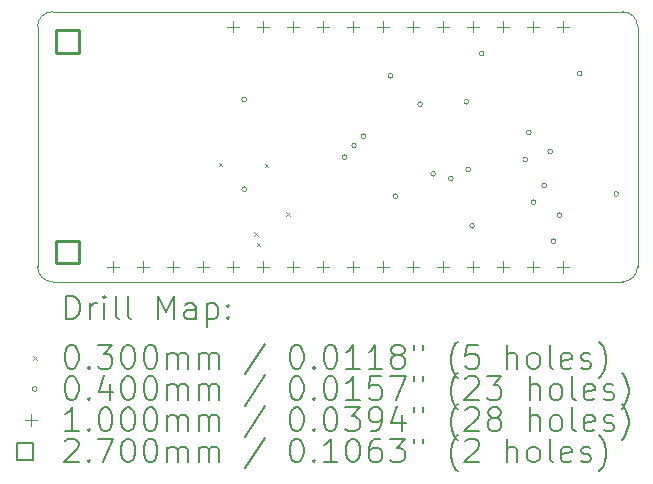
<source format=gbr>
%TF.GenerationSoftware,KiCad,Pcbnew,7.0.1*%
%TF.CreationDate,2023-08-17T16:02:12-05:00*%
%TF.ProjectId,MiniWAV,4d696e69-5741-4562-9e6b-696361645f70,A*%
%TF.SameCoordinates,Original*%
%TF.FileFunction,Drillmap*%
%TF.FilePolarity,Positive*%
%FSLAX45Y45*%
G04 Gerber Fmt 4.5, Leading zero omitted, Abs format (unit mm)*
G04 Created by KiCad (PCBNEW 7.0.1) date 2023-08-17 16:02:12*
%MOMM*%
%LPD*%
G01*
G04 APERTURE LIST*
%ADD10C,0.100000*%
%ADD11C,0.200000*%
%ADD12C,0.030000*%
%ADD13C,0.040000*%
%ADD14C,0.270000*%
G04 APERTURE END LIST*
D10*
X17040000Y-8814000D02*
X17040000Y-10846000D01*
X16913000Y-10973000D02*
G75*
G03*
X17040000Y-10846000I10J126990D01*
G01*
X12087000Y-8687000D02*
G75*
G03*
X11960000Y-8814000I10J-127010D01*
G01*
X12087000Y-8687000D02*
X16913000Y-8687000D01*
X17040000Y-8814000D02*
G75*
G03*
X16913000Y-8687000I-127000J0D01*
G01*
X11960000Y-10846000D02*
G75*
G03*
X12087000Y-10973000I127000J0D01*
G01*
X11960000Y-10846000D02*
X11960000Y-8814000D01*
X16913000Y-10973000D02*
X12087000Y-10973000D01*
D11*
D12*
X13495000Y-9965500D02*
X13525000Y-9995500D01*
X13525000Y-9965500D02*
X13495000Y-9995500D01*
X13795000Y-10553100D02*
X13825000Y-10583100D01*
X13825000Y-10553100D02*
X13795000Y-10583100D01*
X13815000Y-10645500D02*
X13845000Y-10675500D01*
X13845000Y-10645500D02*
X13815000Y-10675500D01*
X13885000Y-9975500D02*
X13915000Y-10005500D01*
X13915000Y-9975500D02*
X13885000Y-10005500D01*
X14065000Y-10385500D02*
X14095000Y-10415500D01*
X14095000Y-10385500D02*
X14065000Y-10415500D01*
D13*
X13730000Y-9430500D02*
G75*
G03*
X13730000Y-9430500I-20000J0D01*
G01*
X13730000Y-10190500D02*
G75*
G03*
X13730000Y-10190500I-20000J0D01*
G01*
X14580000Y-9920500D02*
G75*
G03*
X14580000Y-9920500I-20000J0D01*
G01*
X14660000Y-9820500D02*
G75*
G03*
X14660000Y-9820500I-20000J0D01*
G01*
X14740000Y-9740500D02*
G75*
G03*
X14740000Y-9740500I-20000J0D01*
G01*
X14970000Y-9230500D02*
G75*
G03*
X14970000Y-9230500I-20000J0D01*
G01*
X15010000Y-10250500D02*
G75*
G03*
X15010000Y-10250500I-20000J0D01*
G01*
X15220000Y-9470500D02*
G75*
G03*
X15220000Y-9470500I-20000J0D01*
G01*
X15330000Y-10060500D02*
G75*
G03*
X15330000Y-10060500I-20000J0D01*
G01*
X15480000Y-10100500D02*
G75*
G03*
X15480000Y-10100500I-20000J0D01*
G01*
X15610000Y-9450500D02*
G75*
G03*
X15610000Y-9450500I-20000J0D01*
G01*
X15627290Y-10022950D02*
G75*
G03*
X15627290Y-10022950I-20000J0D01*
G01*
X15660000Y-10500500D02*
G75*
G03*
X15660000Y-10500500I-20000J0D01*
G01*
X15740000Y-9040500D02*
G75*
G03*
X15740000Y-9040500I-20000J0D01*
G01*
X16110000Y-9940500D02*
G75*
G03*
X16110000Y-9940500I-20000J0D01*
G01*
X16140000Y-9710500D02*
G75*
G03*
X16140000Y-9710500I-20000J0D01*
G01*
X16180000Y-10300500D02*
G75*
G03*
X16180000Y-10300500I-20000J0D01*
G01*
X16270000Y-10160500D02*
G75*
G03*
X16270000Y-10160500I-20000J0D01*
G01*
X16320000Y-9870500D02*
G75*
G03*
X16320000Y-9870500I-20000J0D01*
G01*
X16350000Y-10630500D02*
G75*
G03*
X16350000Y-10630500I-20000J0D01*
G01*
X16400000Y-10410500D02*
G75*
G03*
X16400000Y-10410500I-20000J0D01*
G01*
X16570000Y-9210500D02*
G75*
G03*
X16570000Y-9210500I-20000J0D01*
G01*
X16880000Y-10230500D02*
G75*
G03*
X16880000Y-10230500I-20000J0D01*
G01*
D10*
X12597780Y-10795720D02*
X12597780Y-10895720D01*
X12547780Y-10845720D02*
X12647780Y-10845720D01*
X12851780Y-10795720D02*
X12851780Y-10895720D01*
X12801780Y-10845720D02*
X12901780Y-10845720D01*
X13105780Y-10795720D02*
X13105780Y-10895720D01*
X13055780Y-10845720D02*
X13155780Y-10845720D01*
X13359780Y-10795720D02*
X13359780Y-10895720D01*
X13309780Y-10845720D02*
X13409780Y-10845720D01*
X13613780Y-8763720D02*
X13613780Y-8863720D01*
X13563780Y-8813720D02*
X13663780Y-8813720D01*
X13613780Y-10795720D02*
X13613780Y-10895720D01*
X13563780Y-10845720D02*
X13663780Y-10845720D01*
X13867780Y-8763720D02*
X13867780Y-8863720D01*
X13817780Y-8813720D02*
X13917780Y-8813720D01*
X13867780Y-10795720D02*
X13867780Y-10895720D01*
X13817780Y-10845720D02*
X13917780Y-10845720D01*
X14121780Y-8763720D02*
X14121780Y-8863720D01*
X14071780Y-8813720D02*
X14171780Y-8813720D01*
X14121780Y-10795720D02*
X14121780Y-10895720D01*
X14071780Y-10845720D02*
X14171780Y-10845720D01*
X14375780Y-8763720D02*
X14375780Y-8863720D01*
X14325780Y-8813720D02*
X14425780Y-8813720D01*
X14375780Y-10795720D02*
X14375780Y-10895720D01*
X14325780Y-10845720D02*
X14425780Y-10845720D01*
X14629780Y-8763720D02*
X14629780Y-8863720D01*
X14579780Y-8813720D02*
X14679780Y-8813720D01*
X14629780Y-10795720D02*
X14629780Y-10895720D01*
X14579780Y-10845720D02*
X14679780Y-10845720D01*
X14883780Y-8763720D02*
X14883780Y-8863720D01*
X14833780Y-8813720D02*
X14933780Y-8813720D01*
X14883780Y-10795720D02*
X14883780Y-10895720D01*
X14833780Y-10845720D02*
X14933780Y-10845720D01*
X15137780Y-8763720D02*
X15137780Y-8863720D01*
X15087780Y-8813720D02*
X15187780Y-8813720D01*
X15137780Y-10795720D02*
X15137780Y-10895720D01*
X15087780Y-10845720D02*
X15187780Y-10845720D01*
X15391780Y-8763720D02*
X15391780Y-8863720D01*
X15341780Y-8813720D02*
X15441780Y-8813720D01*
X15391780Y-10795720D02*
X15391780Y-10895720D01*
X15341780Y-10845720D02*
X15441780Y-10845720D01*
X15645780Y-8763720D02*
X15645780Y-8863720D01*
X15595780Y-8813720D02*
X15695780Y-8813720D01*
X15645780Y-10795720D02*
X15645780Y-10895720D01*
X15595780Y-10845720D02*
X15695780Y-10845720D01*
X15899780Y-8763720D02*
X15899780Y-8863720D01*
X15849780Y-8813720D02*
X15949780Y-8813720D01*
X15899780Y-10795720D02*
X15899780Y-10895720D01*
X15849780Y-10845720D02*
X15949780Y-10845720D01*
X16153780Y-8763720D02*
X16153780Y-8863720D01*
X16103780Y-8813720D02*
X16203780Y-8813720D01*
X16153780Y-10795720D02*
X16153780Y-10895720D01*
X16103780Y-10845720D02*
X16203780Y-10845720D01*
X16407780Y-8763720D02*
X16407780Y-8863720D01*
X16357780Y-8813720D02*
X16457780Y-8813720D01*
X16407780Y-10798260D02*
X16407780Y-10898260D01*
X16357780Y-10848260D02*
X16457780Y-10848260D01*
D14*
X12310460Y-9035960D02*
X12310460Y-8845040D01*
X12119540Y-8845040D01*
X12119540Y-9035960D01*
X12310460Y-9035960D01*
X12310460Y-10815960D02*
X12310460Y-10625040D01*
X12119540Y-10625040D01*
X12119540Y-10815960D01*
X12310460Y-10815960D01*
D11*
X12202619Y-11290524D02*
X12202619Y-11090524D01*
X12202619Y-11090524D02*
X12250238Y-11090524D01*
X12250238Y-11090524D02*
X12278809Y-11100048D01*
X12278809Y-11100048D02*
X12297857Y-11119095D01*
X12297857Y-11119095D02*
X12307381Y-11138143D01*
X12307381Y-11138143D02*
X12316905Y-11176238D01*
X12316905Y-11176238D02*
X12316905Y-11204809D01*
X12316905Y-11204809D02*
X12307381Y-11242905D01*
X12307381Y-11242905D02*
X12297857Y-11261952D01*
X12297857Y-11261952D02*
X12278809Y-11281000D01*
X12278809Y-11281000D02*
X12250238Y-11290524D01*
X12250238Y-11290524D02*
X12202619Y-11290524D01*
X12402619Y-11290524D02*
X12402619Y-11157190D01*
X12402619Y-11195286D02*
X12412143Y-11176238D01*
X12412143Y-11176238D02*
X12421667Y-11166714D01*
X12421667Y-11166714D02*
X12440714Y-11157190D01*
X12440714Y-11157190D02*
X12459762Y-11157190D01*
X12526428Y-11290524D02*
X12526428Y-11157190D01*
X12526428Y-11090524D02*
X12516905Y-11100048D01*
X12516905Y-11100048D02*
X12526428Y-11109571D01*
X12526428Y-11109571D02*
X12535952Y-11100048D01*
X12535952Y-11100048D02*
X12526428Y-11090524D01*
X12526428Y-11090524D02*
X12526428Y-11109571D01*
X12650238Y-11290524D02*
X12631190Y-11281000D01*
X12631190Y-11281000D02*
X12621667Y-11261952D01*
X12621667Y-11261952D02*
X12621667Y-11090524D01*
X12755000Y-11290524D02*
X12735952Y-11281000D01*
X12735952Y-11281000D02*
X12726428Y-11261952D01*
X12726428Y-11261952D02*
X12726428Y-11090524D01*
X12983571Y-11290524D02*
X12983571Y-11090524D01*
X12983571Y-11090524D02*
X13050238Y-11233381D01*
X13050238Y-11233381D02*
X13116905Y-11090524D01*
X13116905Y-11090524D02*
X13116905Y-11290524D01*
X13297857Y-11290524D02*
X13297857Y-11185762D01*
X13297857Y-11185762D02*
X13288333Y-11166714D01*
X13288333Y-11166714D02*
X13269286Y-11157190D01*
X13269286Y-11157190D02*
X13231190Y-11157190D01*
X13231190Y-11157190D02*
X13212143Y-11166714D01*
X13297857Y-11281000D02*
X13278809Y-11290524D01*
X13278809Y-11290524D02*
X13231190Y-11290524D01*
X13231190Y-11290524D02*
X13212143Y-11281000D01*
X13212143Y-11281000D02*
X13202619Y-11261952D01*
X13202619Y-11261952D02*
X13202619Y-11242905D01*
X13202619Y-11242905D02*
X13212143Y-11223857D01*
X13212143Y-11223857D02*
X13231190Y-11214333D01*
X13231190Y-11214333D02*
X13278809Y-11214333D01*
X13278809Y-11214333D02*
X13297857Y-11204809D01*
X13393095Y-11157190D02*
X13393095Y-11357190D01*
X13393095Y-11166714D02*
X13412143Y-11157190D01*
X13412143Y-11157190D02*
X13450238Y-11157190D01*
X13450238Y-11157190D02*
X13469286Y-11166714D01*
X13469286Y-11166714D02*
X13478809Y-11176238D01*
X13478809Y-11176238D02*
X13488333Y-11195286D01*
X13488333Y-11195286D02*
X13488333Y-11252428D01*
X13488333Y-11252428D02*
X13478809Y-11271476D01*
X13478809Y-11271476D02*
X13469286Y-11281000D01*
X13469286Y-11281000D02*
X13450238Y-11290524D01*
X13450238Y-11290524D02*
X13412143Y-11290524D01*
X13412143Y-11290524D02*
X13393095Y-11281000D01*
X13574048Y-11271476D02*
X13583571Y-11281000D01*
X13583571Y-11281000D02*
X13574048Y-11290524D01*
X13574048Y-11290524D02*
X13564524Y-11281000D01*
X13564524Y-11281000D02*
X13574048Y-11271476D01*
X13574048Y-11271476D02*
X13574048Y-11290524D01*
X13574048Y-11166714D02*
X13583571Y-11176238D01*
X13583571Y-11176238D02*
X13574048Y-11185762D01*
X13574048Y-11185762D02*
X13564524Y-11176238D01*
X13564524Y-11176238D02*
X13574048Y-11166714D01*
X13574048Y-11166714D02*
X13574048Y-11185762D01*
D12*
X11925000Y-11603000D02*
X11955000Y-11633000D01*
X11955000Y-11603000D02*
X11925000Y-11633000D01*
D11*
X12240714Y-11510524D02*
X12259762Y-11510524D01*
X12259762Y-11510524D02*
X12278809Y-11520048D01*
X12278809Y-11520048D02*
X12288333Y-11529571D01*
X12288333Y-11529571D02*
X12297857Y-11548619D01*
X12297857Y-11548619D02*
X12307381Y-11586714D01*
X12307381Y-11586714D02*
X12307381Y-11634333D01*
X12307381Y-11634333D02*
X12297857Y-11672428D01*
X12297857Y-11672428D02*
X12288333Y-11691476D01*
X12288333Y-11691476D02*
X12278809Y-11701000D01*
X12278809Y-11701000D02*
X12259762Y-11710524D01*
X12259762Y-11710524D02*
X12240714Y-11710524D01*
X12240714Y-11710524D02*
X12221667Y-11701000D01*
X12221667Y-11701000D02*
X12212143Y-11691476D01*
X12212143Y-11691476D02*
X12202619Y-11672428D01*
X12202619Y-11672428D02*
X12193095Y-11634333D01*
X12193095Y-11634333D02*
X12193095Y-11586714D01*
X12193095Y-11586714D02*
X12202619Y-11548619D01*
X12202619Y-11548619D02*
X12212143Y-11529571D01*
X12212143Y-11529571D02*
X12221667Y-11520048D01*
X12221667Y-11520048D02*
X12240714Y-11510524D01*
X12393095Y-11691476D02*
X12402619Y-11701000D01*
X12402619Y-11701000D02*
X12393095Y-11710524D01*
X12393095Y-11710524D02*
X12383571Y-11701000D01*
X12383571Y-11701000D02*
X12393095Y-11691476D01*
X12393095Y-11691476D02*
X12393095Y-11710524D01*
X12469286Y-11510524D02*
X12593095Y-11510524D01*
X12593095Y-11510524D02*
X12526428Y-11586714D01*
X12526428Y-11586714D02*
X12555000Y-11586714D01*
X12555000Y-11586714D02*
X12574048Y-11596238D01*
X12574048Y-11596238D02*
X12583571Y-11605762D01*
X12583571Y-11605762D02*
X12593095Y-11624809D01*
X12593095Y-11624809D02*
X12593095Y-11672428D01*
X12593095Y-11672428D02*
X12583571Y-11691476D01*
X12583571Y-11691476D02*
X12574048Y-11701000D01*
X12574048Y-11701000D02*
X12555000Y-11710524D01*
X12555000Y-11710524D02*
X12497857Y-11710524D01*
X12497857Y-11710524D02*
X12478809Y-11701000D01*
X12478809Y-11701000D02*
X12469286Y-11691476D01*
X12716905Y-11510524D02*
X12735952Y-11510524D01*
X12735952Y-11510524D02*
X12755000Y-11520048D01*
X12755000Y-11520048D02*
X12764524Y-11529571D01*
X12764524Y-11529571D02*
X12774048Y-11548619D01*
X12774048Y-11548619D02*
X12783571Y-11586714D01*
X12783571Y-11586714D02*
X12783571Y-11634333D01*
X12783571Y-11634333D02*
X12774048Y-11672428D01*
X12774048Y-11672428D02*
X12764524Y-11691476D01*
X12764524Y-11691476D02*
X12755000Y-11701000D01*
X12755000Y-11701000D02*
X12735952Y-11710524D01*
X12735952Y-11710524D02*
X12716905Y-11710524D01*
X12716905Y-11710524D02*
X12697857Y-11701000D01*
X12697857Y-11701000D02*
X12688333Y-11691476D01*
X12688333Y-11691476D02*
X12678809Y-11672428D01*
X12678809Y-11672428D02*
X12669286Y-11634333D01*
X12669286Y-11634333D02*
X12669286Y-11586714D01*
X12669286Y-11586714D02*
X12678809Y-11548619D01*
X12678809Y-11548619D02*
X12688333Y-11529571D01*
X12688333Y-11529571D02*
X12697857Y-11520048D01*
X12697857Y-11520048D02*
X12716905Y-11510524D01*
X12907381Y-11510524D02*
X12926429Y-11510524D01*
X12926429Y-11510524D02*
X12945476Y-11520048D01*
X12945476Y-11520048D02*
X12955000Y-11529571D01*
X12955000Y-11529571D02*
X12964524Y-11548619D01*
X12964524Y-11548619D02*
X12974048Y-11586714D01*
X12974048Y-11586714D02*
X12974048Y-11634333D01*
X12974048Y-11634333D02*
X12964524Y-11672428D01*
X12964524Y-11672428D02*
X12955000Y-11691476D01*
X12955000Y-11691476D02*
X12945476Y-11701000D01*
X12945476Y-11701000D02*
X12926429Y-11710524D01*
X12926429Y-11710524D02*
X12907381Y-11710524D01*
X12907381Y-11710524D02*
X12888333Y-11701000D01*
X12888333Y-11701000D02*
X12878809Y-11691476D01*
X12878809Y-11691476D02*
X12869286Y-11672428D01*
X12869286Y-11672428D02*
X12859762Y-11634333D01*
X12859762Y-11634333D02*
X12859762Y-11586714D01*
X12859762Y-11586714D02*
X12869286Y-11548619D01*
X12869286Y-11548619D02*
X12878809Y-11529571D01*
X12878809Y-11529571D02*
X12888333Y-11520048D01*
X12888333Y-11520048D02*
X12907381Y-11510524D01*
X13059762Y-11710524D02*
X13059762Y-11577190D01*
X13059762Y-11596238D02*
X13069286Y-11586714D01*
X13069286Y-11586714D02*
X13088333Y-11577190D01*
X13088333Y-11577190D02*
X13116905Y-11577190D01*
X13116905Y-11577190D02*
X13135952Y-11586714D01*
X13135952Y-11586714D02*
X13145476Y-11605762D01*
X13145476Y-11605762D02*
X13145476Y-11710524D01*
X13145476Y-11605762D02*
X13155000Y-11586714D01*
X13155000Y-11586714D02*
X13174048Y-11577190D01*
X13174048Y-11577190D02*
X13202619Y-11577190D01*
X13202619Y-11577190D02*
X13221667Y-11586714D01*
X13221667Y-11586714D02*
X13231190Y-11605762D01*
X13231190Y-11605762D02*
X13231190Y-11710524D01*
X13326429Y-11710524D02*
X13326429Y-11577190D01*
X13326429Y-11596238D02*
X13335952Y-11586714D01*
X13335952Y-11586714D02*
X13355000Y-11577190D01*
X13355000Y-11577190D02*
X13383571Y-11577190D01*
X13383571Y-11577190D02*
X13402619Y-11586714D01*
X13402619Y-11586714D02*
X13412143Y-11605762D01*
X13412143Y-11605762D02*
X13412143Y-11710524D01*
X13412143Y-11605762D02*
X13421667Y-11586714D01*
X13421667Y-11586714D02*
X13440714Y-11577190D01*
X13440714Y-11577190D02*
X13469286Y-11577190D01*
X13469286Y-11577190D02*
X13488333Y-11586714D01*
X13488333Y-11586714D02*
X13497857Y-11605762D01*
X13497857Y-11605762D02*
X13497857Y-11710524D01*
X13888333Y-11501000D02*
X13716905Y-11758143D01*
X14145476Y-11510524D02*
X14164524Y-11510524D01*
X14164524Y-11510524D02*
X14183572Y-11520048D01*
X14183572Y-11520048D02*
X14193095Y-11529571D01*
X14193095Y-11529571D02*
X14202619Y-11548619D01*
X14202619Y-11548619D02*
X14212143Y-11586714D01*
X14212143Y-11586714D02*
X14212143Y-11634333D01*
X14212143Y-11634333D02*
X14202619Y-11672428D01*
X14202619Y-11672428D02*
X14193095Y-11691476D01*
X14193095Y-11691476D02*
X14183572Y-11701000D01*
X14183572Y-11701000D02*
X14164524Y-11710524D01*
X14164524Y-11710524D02*
X14145476Y-11710524D01*
X14145476Y-11710524D02*
X14126429Y-11701000D01*
X14126429Y-11701000D02*
X14116905Y-11691476D01*
X14116905Y-11691476D02*
X14107381Y-11672428D01*
X14107381Y-11672428D02*
X14097857Y-11634333D01*
X14097857Y-11634333D02*
X14097857Y-11586714D01*
X14097857Y-11586714D02*
X14107381Y-11548619D01*
X14107381Y-11548619D02*
X14116905Y-11529571D01*
X14116905Y-11529571D02*
X14126429Y-11520048D01*
X14126429Y-11520048D02*
X14145476Y-11510524D01*
X14297857Y-11691476D02*
X14307381Y-11701000D01*
X14307381Y-11701000D02*
X14297857Y-11710524D01*
X14297857Y-11710524D02*
X14288333Y-11701000D01*
X14288333Y-11701000D02*
X14297857Y-11691476D01*
X14297857Y-11691476D02*
X14297857Y-11710524D01*
X14431191Y-11510524D02*
X14450238Y-11510524D01*
X14450238Y-11510524D02*
X14469286Y-11520048D01*
X14469286Y-11520048D02*
X14478810Y-11529571D01*
X14478810Y-11529571D02*
X14488333Y-11548619D01*
X14488333Y-11548619D02*
X14497857Y-11586714D01*
X14497857Y-11586714D02*
X14497857Y-11634333D01*
X14497857Y-11634333D02*
X14488333Y-11672428D01*
X14488333Y-11672428D02*
X14478810Y-11691476D01*
X14478810Y-11691476D02*
X14469286Y-11701000D01*
X14469286Y-11701000D02*
X14450238Y-11710524D01*
X14450238Y-11710524D02*
X14431191Y-11710524D01*
X14431191Y-11710524D02*
X14412143Y-11701000D01*
X14412143Y-11701000D02*
X14402619Y-11691476D01*
X14402619Y-11691476D02*
X14393095Y-11672428D01*
X14393095Y-11672428D02*
X14383572Y-11634333D01*
X14383572Y-11634333D02*
X14383572Y-11586714D01*
X14383572Y-11586714D02*
X14393095Y-11548619D01*
X14393095Y-11548619D02*
X14402619Y-11529571D01*
X14402619Y-11529571D02*
X14412143Y-11520048D01*
X14412143Y-11520048D02*
X14431191Y-11510524D01*
X14688333Y-11710524D02*
X14574048Y-11710524D01*
X14631191Y-11710524D02*
X14631191Y-11510524D01*
X14631191Y-11510524D02*
X14612143Y-11539095D01*
X14612143Y-11539095D02*
X14593095Y-11558143D01*
X14593095Y-11558143D02*
X14574048Y-11567667D01*
X14878810Y-11710524D02*
X14764524Y-11710524D01*
X14821667Y-11710524D02*
X14821667Y-11510524D01*
X14821667Y-11510524D02*
X14802619Y-11539095D01*
X14802619Y-11539095D02*
X14783572Y-11558143D01*
X14783572Y-11558143D02*
X14764524Y-11567667D01*
X14993095Y-11596238D02*
X14974048Y-11586714D01*
X14974048Y-11586714D02*
X14964524Y-11577190D01*
X14964524Y-11577190D02*
X14955000Y-11558143D01*
X14955000Y-11558143D02*
X14955000Y-11548619D01*
X14955000Y-11548619D02*
X14964524Y-11529571D01*
X14964524Y-11529571D02*
X14974048Y-11520048D01*
X14974048Y-11520048D02*
X14993095Y-11510524D01*
X14993095Y-11510524D02*
X15031191Y-11510524D01*
X15031191Y-11510524D02*
X15050238Y-11520048D01*
X15050238Y-11520048D02*
X15059762Y-11529571D01*
X15059762Y-11529571D02*
X15069286Y-11548619D01*
X15069286Y-11548619D02*
X15069286Y-11558143D01*
X15069286Y-11558143D02*
X15059762Y-11577190D01*
X15059762Y-11577190D02*
X15050238Y-11586714D01*
X15050238Y-11586714D02*
X15031191Y-11596238D01*
X15031191Y-11596238D02*
X14993095Y-11596238D01*
X14993095Y-11596238D02*
X14974048Y-11605762D01*
X14974048Y-11605762D02*
X14964524Y-11615286D01*
X14964524Y-11615286D02*
X14955000Y-11634333D01*
X14955000Y-11634333D02*
X14955000Y-11672428D01*
X14955000Y-11672428D02*
X14964524Y-11691476D01*
X14964524Y-11691476D02*
X14974048Y-11701000D01*
X14974048Y-11701000D02*
X14993095Y-11710524D01*
X14993095Y-11710524D02*
X15031191Y-11710524D01*
X15031191Y-11710524D02*
X15050238Y-11701000D01*
X15050238Y-11701000D02*
X15059762Y-11691476D01*
X15059762Y-11691476D02*
X15069286Y-11672428D01*
X15069286Y-11672428D02*
X15069286Y-11634333D01*
X15069286Y-11634333D02*
X15059762Y-11615286D01*
X15059762Y-11615286D02*
X15050238Y-11605762D01*
X15050238Y-11605762D02*
X15031191Y-11596238D01*
X15145476Y-11510524D02*
X15145476Y-11548619D01*
X15221667Y-11510524D02*
X15221667Y-11548619D01*
X15516905Y-11786714D02*
X15507381Y-11777190D01*
X15507381Y-11777190D02*
X15488334Y-11748619D01*
X15488334Y-11748619D02*
X15478810Y-11729571D01*
X15478810Y-11729571D02*
X15469286Y-11701000D01*
X15469286Y-11701000D02*
X15459762Y-11653381D01*
X15459762Y-11653381D02*
X15459762Y-11615286D01*
X15459762Y-11615286D02*
X15469286Y-11567667D01*
X15469286Y-11567667D02*
X15478810Y-11539095D01*
X15478810Y-11539095D02*
X15488334Y-11520048D01*
X15488334Y-11520048D02*
X15507381Y-11491476D01*
X15507381Y-11491476D02*
X15516905Y-11481952D01*
X15688334Y-11510524D02*
X15593095Y-11510524D01*
X15593095Y-11510524D02*
X15583572Y-11605762D01*
X15583572Y-11605762D02*
X15593095Y-11596238D01*
X15593095Y-11596238D02*
X15612143Y-11586714D01*
X15612143Y-11586714D02*
X15659762Y-11586714D01*
X15659762Y-11586714D02*
X15678810Y-11596238D01*
X15678810Y-11596238D02*
X15688334Y-11605762D01*
X15688334Y-11605762D02*
X15697857Y-11624809D01*
X15697857Y-11624809D02*
X15697857Y-11672428D01*
X15697857Y-11672428D02*
X15688334Y-11691476D01*
X15688334Y-11691476D02*
X15678810Y-11701000D01*
X15678810Y-11701000D02*
X15659762Y-11710524D01*
X15659762Y-11710524D02*
X15612143Y-11710524D01*
X15612143Y-11710524D02*
X15593095Y-11701000D01*
X15593095Y-11701000D02*
X15583572Y-11691476D01*
X15935953Y-11710524D02*
X15935953Y-11510524D01*
X16021667Y-11710524D02*
X16021667Y-11605762D01*
X16021667Y-11605762D02*
X16012143Y-11586714D01*
X16012143Y-11586714D02*
X15993096Y-11577190D01*
X15993096Y-11577190D02*
X15964524Y-11577190D01*
X15964524Y-11577190D02*
X15945476Y-11586714D01*
X15945476Y-11586714D02*
X15935953Y-11596238D01*
X16145476Y-11710524D02*
X16126429Y-11701000D01*
X16126429Y-11701000D02*
X16116905Y-11691476D01*
X16116905Y-11691476D02*
X16107381Y-11672428D01*
X16107381Y-11672428D02*
X16107381Y-11615286D01*
X16107381Y-11615286D02*
X16116905Y-11596238D01*
X16116905Y-11596238D02*
X16126429Y-11586714D01*
X16126429Y-11586714D02*
X16145476Y-11577190D01*
X16145476Y-11577190D02*
X16174048Y-11577190D01*
X16174048Y-11577190D02*
X16193096Y-11586714D01*
X16193096Y-11586714D02*
X16202619Y-11596238D01*
X16202619Y-11596238D02*
X16212143Y-11615286D01*
X16212143Y-11615286D02*
X16212143Y-11672428D01*
X16212143Y-11672428D02*
X16202619Y-11691476D01*
X16202619Y-11691476D02*
X16193096Y-11701000D01*
X16193096Y-11701000D02*
X16174048Y-11710524D01*
X16174048Y-11710524D02*
X16145476Y-11710524D01*
X16326429Y-11710524D02*
X16307381Y-11701000D01*
X16307381Y-11701000D02*
X16297857Y-11681952D01*
X16297857Y-11681952D02*
X16297857Y-11510524D01*
X16478810Y-11701000D02*
X16459762Y-11710524D01*
X16459762Y-11710524D02*
X16421667Y-11710524D01*
X16421667Y-11710524D02*
X16402619Y-11701000D01*
X16402619Y-11701000D02*
X16393096Y-11681952D01*
X16393096Y-11681952D02*
X16393096Y-11605762D01*
X16393096Y-11605762D02*
X16402619Y-11586714D01*
X16402619Y-11586714D02*
X16421667Y-11577190D01*
X16421667Y-11577190D02*
X16459762Y-11577190D01*
X16459762Y-11577190D02*
X16478810Y-11586714D01*
X16478810Y-11586714D02*
X16488334Y-11605762D01*
X16488334Y-11605762D02*
X16488334Y-11624809D01*
X16488334Y-11624809D02*
X16393096Y-11643857D01*
X16564524Y-11701000D02*
X16583572Y-11710524D01*
X16583572Y-11710524D02*
X16621667Y-11710524D01*
X16621667Y-11710524D02*
X16640715Y-11701000D01*
X16640715Y-11701000D02*
X16650238Y-11681952D01*
X16650238Y-11681952D02*
X16650238Y-11672428D01*
X16650238Y-11672428D02*
X16640715Y-11653381D01*
X16640715Y-11653381D02*
X16621667Y-11643857D01*
X16621667Y-11643857D02*
X16593096Y-11643857D01*
X16593096Y-11643857D02*
X16574048Y-11634333D01*
X16574048Y-11634333D02*
X16564524Y-11615286D01*
X16564524Y-11615286D02*
X16564524Y-11605762D01*
X16564524Y-11605762D02*
X16574048Y-11586714D01*
X16574048Y-11586714D02*
X16593096Y-11577190D01*
X16593096Y-11577190D02*
X16621667Y-11577190D01*
X16621667Y-11577190D02*
X16640715Y-11586714D01*
X16716905Y-11786714D02*
X16726429Y-11777190D01*
X16726429Y-11777190D02*
X16745477Y-11748619D01*
X16745477Y-11748619D02*
X16755000Y-11729571D01*
X16755000Y-11729571D02*
X16764524Y-11701000D01*
X16764524Y-11701000D02*
X16774048Y-11653381D01*
X16774048Y-11653381D02*
X16774048Y-11615286D01*
X16774048Y-11615286D02*
X16764524Y-11567667D01*
X16764524Y-11567667D02*
X16755000Y-11539095D01*
X16755000Y-11539095D02*
X16745477Y-11520048D01*
X16745477Y-11520048D02*
X16726429Y-11491476D01*
X16726429Y-11491476D02*
X16716905Y-11481952D01*
D13*
X11955000Y-11882000D02*
G75*
G03*
X11955000Y-11882000I-20000J0D01*
G01*
D11*
X12240714Y-11774524D02*
X12259762Y-11774524D01*
X12259762Y-11774524D02*
X12278809Y-11784048D01*
X12278809Y-11784048D02*
X12288333Y-11793571D01*
X12288333Y-11793571D02*
X12297857Y-11812619D01*
X12297857Y-11812619D02*
X12307381Y-11850714D01*
X12307381Y-11850714D02*
X12307381Y-11898333D01*
X12307381Y-11898333D02*
X12297857Y-11936428D01*
X12297857Y-11936428D02*
X12288333Y-11955476D01*
X12288333Y-11955476D02*
X12278809Y-11965000D01*
X12278809Y-11965000D02*
X12259762Y-11974524D01*
X12259762Y-11974524D02*
X12240714Y-11974524D01*
X12240714Y-11974524D02*
X12221667Y-11965000D01*
X12221667Y-11965000D02*
X12212143Y-11955476D01*
X12212143Y-11955476D02*
X12202619Y-11936428D01*
X12202619Y-11936428D02*
X12193095Y-11898333D01*
X12193095Y-11898333D02*
X12193095Y-11850714D01*
X12193095Y-11850714D02*
X12202619Y-11812619D01*
X12202619Y-11812619D02*
X12212143Y-11793571D01*
X12212143Y-11793571D02*
X12221667Y-11784048D01*
X12221667Y-11784048D02*
X12240714Y-11774524D01*
X12393095Y-11955476D02*
X12402619Y-11965000D01*
X12402619Y-11965000D02*
X12393095Y-11974524D01*
X12393095Y-11974524D02*
X12383571Y-11965000D01*
X12383571Y-11965000D02*
X12393095Y-11955476D01*
X12393095Y-11955476D02*
X12393095Y-11974524D01*
X12574048Y-11841190D02*
X12574048Y-11974524D01*
X12526428Y-11765000D02*
X12478809Y-11907857D01*
X12478809Y-11907857D02*
X12602619Y-11907857D01*
X12716905Y-11774524D02*
X12735952Y-11774524D01*
X12735952Y-11774524D02*
X12755000Y-11784048D01*
X12755000Y-11784048D02*
X12764524Y-11793571D01*
X12764524Y-11793571D02*
X12774048Y-11812619D01*
X12774048Y-11812619D02*
X12783571Y-11850714D01*
X12783571Y-11850714D02*
X12783571Y-11898333D01*
X12783571Y-11898333D02*
X12774048Y-11936428D01*
X12774048Y-11936428D02*
X12764524Y-11955476D01*
X12764524Y-11955476D02*
X12755000Y-11965000D01*
X12755000Y-11965000D02*
X12735952Y-11974524D01*
X12735952Y-11974524D02*
X12716905Y-11974524D01*
X12716905Y-11974524D02*
X12697857Y-11965000D01*
X12697857Y-11965000D02*
X12688333Y-11955476D01*
X12688333Y-11955476D02*
X12678809Y-11936428D01*
X12678809Y-11936428D02*
X12669286Y-11898333D01*
X12669286Y-11898333D02*
X12669286Y-11850714D01*
X12669286Y-11850714D02*
X12678809Y-11812619D01*
X12678809Y-11812619D02*
X12688333Y-11793571D01*
X12688333Y-11793571D02*
X12697857Y-11784048D01*
X12697857Y-11784048D02*
X12716905Y-11774524D01*
X12907381Y-11774524D02*
X12926429Y-11774524D01*
X12926429Y-11774524D02*
X12945476Y-11784048D01*
X12945476Y-11784048D02*
X12955000Y-11793571D01*
X12955000Y-11793571D02*
X12964524Y-11812619D01*
X12964524Y-11812619D02*
X12974048Y-11850714D01*
X12974048Y-11850714D02*
X12974048Y-11898333D01*
X12974048Y-11898333D02*
X12964524Y-11936428D01*
X12964524Y-11936428D02*
X12955000Y-11955476D01*
X12955000Y-11955476D02*
X12945476Y-11965000D01*
X12945476Y-11965000D02*
X12926429Y-11974524D01*
X12926429Y-11974524D02*
X12907381Y-11974524D01*
X12907381Y-11974524D02*
X12888333Y-11965000D01*
X12888333Y-11965000D02*
X12878809Y-11955476D01*
X12878809Y-11955476D02*
X12869286Y-11936428D01*
X12869286Y-11936428D02*
X12859762Y-11898333D01*
X12859762Y-11898333D02*
X12859762Y-11850714D01*
X12859762Y-11850714D02*
X12869286Y-11812619D01*
X12869286Y-11812619D02*
X12878809Y-11793571D01*
X12878809Y-11793571D02*
X12888333Y-11784048D01*
X12888333Y-11784048D02*
X12907381Y-11774524D01*
X13059762Y-11974524D02*
X13059762Y-11841190D01*
X13059762Y-11860238D02*
X13069286Y-11850714D01*
X13069286Y-11850714D02*
X13088333Y-11841190D01*
X13088333Y-11841190D02*
X13116905Y-11841190D01*
X13116905Y-11841190D02*
X13135952Y-11850714D01*
X13135952Y-11850714D02*
X13145476Y-11869762D01*
X13145476Y-11869762D02*
X13145476Y-11974524D01*
X13145476Y-11869762D02*
X13155000Y-11850714D01*
X13155000Y-11850714D02*
X13174048Y-11841190D01*
X13174048Y-11841190D02*
X13202619Y-11841190D01*
X13202619Y-11841190D02*
X13221667Y-11850714D01*
X13221667Y-11850714D02*
X13231190Y-11869762D01*
X13231190Y-11869762D02*
X13231190Y-11974524D01*
X13326429Y-11974524D02*
X13326429Y-11841190D01*
X13326429Y-11860238D02*
X13335952Y-11850714D01*
X13335952Y-11850714D02*
X13355000Y-11841190D01*
X13355000Y-11841190D02*
X13383571Y-11841190D01*
X13383571Y-11841190D02*
X13402619Y-11850714D01*
X13402619Y-11850714D02*
X13412143Y-11869762D01*
X13412143Y-11869762D02*
X13412143Y-11974524D01*
X13412143Y-11869762D02*
X13421667Y-11850714D01*
X13421667Y-11850714D02*
X13440714Y-11841190D01*
X13440714Y-11841190D02*
X13469286Y-11841190D01*
X13469286Y-11841190D02*
X13488333Y-11850714D01*
X13488333Y-11850714D02*
X13497857Y-11869762D01*
X13497857Y-11869762D02*
X13497857Y-11974524D01*
X13888333Y-11765000D02*
X13716905Y-12022143D01*
X14145476Y-11774524D02*
X14164524Y-11774524D01*
X14164524Y-11774524D02*
X14183572Y-11784048D01*
X14183572Y-11784048D02*
X14193095Y-11793571D01*
X14193095Y-11793571D02*
X14202619Y-11812619D01*
X14202619Y-11812619D02*
X14212143Y-11850714D01*
X14212143Y-11850714D02*
X14212143Y-11898333D01*
X14212143Y-11898333D02*
X14202619Y-11936428D01*
X14202619Y-11936428D02*
X14193095Y-11955476D01*
X14193095Y-11955476D02*
X14183572Y-11965000D01*
X14183572Y-11965000D02*
X14164524Y-11974524D01*
X14164524Y-11974524D02*
X14145476Y-11974524D01*
X14145476Y-11974524D02*
X14126429Y-11965000D01*
X14126429Y-11965000D02*
X14116905Y-11955476D01*
X14116905Y-11955476D02*
X14107381Y-11936428D01*
X14107381Y-11936428D02*
X14097857Y-11898333D01*
X14097857Y-11898333D02*
X14097857Y-11850714D01*
X14097857Y-11850714D02*
X14107381Y-11812619D01*
X14107381Y-11812619D02*
X14116905Y-11793571D01*
X14116905Y-11793571D02*
X14126429Y-11784048D01*
X14126429Y-11784048D02*
X14145476Y-11774524D01*
X14297857Y-11955476D02*
X14307381Y-11965000D01*
X14307381Y-11965000D02*
X14297857Y-11974524D01*
X14297857Y-11974524D02*
X14288333Y-11965000D01*
X14288333Y-11965000D02*
X14297857Y-11955476D01*
X14297857Y-11955476D02*
X14297857Y-11974524D01*
X14431191Y-11774524D02*
X14450238Y-11774524D01*
X14450238Y-11774524D02*
X14469286Y-11784048D01*
X14469286Y-11784048D02*
X14478810Y-11793571D01*
X14478810Y-11793571D02*
X14488333Y-11812619D01*
X14488333Y-11812619D02*
X14497857Y-11850714D01*
X14497857Y-11850714D02*
X14497857Y-11898333D01*
X14497857Y-11898333D02*
X14488333Y-11936428D01*
X14488333Y-11936428D02*
X14478810Y-11955476D01*
X14478810Y-11955476D02*
X14469286Y-11965000D01*
X14469286Y-11965000D02*
X14450238Y-11974524D01*
X14450238Y-11974524D02*
X14431191Y-11974524D01*
X14431191Y-11974524D02*
X14412143Y-11965000D01*
X14412143Y-11965000D02*
X14402619Y-11955476D01*
X14402619Y-11955476D02*
X14393095Y-11936428D01*
X14393095Y-11936428D02*
X14383572Y-11898333D01*
X14383572Y-11898333D02*
X14383572Y-11850714D01*
X14383572Y-11850714D02*
X14393095Y-11812619D01*
X14393095Y-11812619D02*
X14402619Y-11793571D01*
X14402619Y-11793571D02*
X14412143Y-11784048D01*
X14412143Y-11784048D02*
X14431191Y-11774524D01*
X14688333Y-11974524D02*
X14574048Y-11974524D01*
X14631191Y-11974524D02*
X14631191Y-11774524D01*
X14631191Y-11774524D02*
X14612143Y-11803095D01*
X14612143Y-11803095D02*
X14593095Y-11822143D01*
X14593095Y-11822143D02*
X14574048Y-11831667D01*
X14869286Y-11774524D02*
X14774048Y-11774524D01*
X14774048Y-11774524D02*
X14764524Y-11869762D01*
X14764524Y-11869762D02*
X14774048Y-11860238D01*
X14774048Y-11860238D02*
X14793095Y-11850714D01*
X14793095Y-11850714D02*
X14840714Y-11850714D01*
X14840714Y-11850714D02*
X14859762Y-11860238D01*
X14859762Y-11860238D02*
X14869286Y-11869762D01*
X14869286Y-11869762D02*
X14878810Y-11888809D01*
X14878810Y-11888809D02*
X14878810Y-11936428D01*
X14878810Y-11936428D02*
X14869286Y-11955476D01*
X14869286Y-11955476D02*
X14859762Y-11965000D01*
X14859762Y-11965000D02*
X14840714Y-11974524D01*
X14840714Y-11974524D02*
X14793095Y-11974524D01*
X14793095Y-11974524D02*
X14774048Y-11965000D01*
X14774048Y-11965000D02*
X14764524Y-11955476D01*
X14945476Y-11774524D02*
X15078810Y-11774524D01*
X15078810Y-11774524D02*
X14993095Y-11974524D01*
X15145476Y-11774524D02*
X15145476Y-11812619D01*
X15221667Y-11774524D02*
X15221667Y-11812619D01*
X15516905Y-12050714D02*
X15507381Y-12041190D01*
X15507381Y-12041190D02*
X15488334Y-12012619D01*
X15488334Y-12012619D02*
X15478810Y-11993571D01*
X15478810Y-11993571D02*
X15469286Y-11965000D01*
X15469286Y-11965000D02*
X15459762Y-11917381D01*
X15459762Y-11917381D02*
X15459762Y-11879286D01*
X15459762Y-11879286D02*
X15469286Y-11831667D01*
X15469286Y-11831667D02*
X15478810Y-11803095D01*
X15478810Y-11803095D02*
X15488334Y-11784048D01*
X15488334Y-11784048D02*
X15507381Y-11755476D01*
X15507381Y-11755476D02*
X15516905Y-11745952D01*
X15583572Y-11793571D02*
X15593095Y-11784048D01*
X15593095Y-11784048D02*
X15612143Y-11774524D01*
X15612143Y-11774524D02*
X15659762Y-11774524D01*
X15659762Y-11774524D02*
X15678810Y-11784048D01*
X15678810Y-11784048D02*
X15688334Y-11793571D01*
X15688334Y-11793571D02*
X15697857Y-11812619D01*
X15697857Y-11812619D02*
X15697857Y-11831667D01*
X15697857Y-11831667D02*
X15688334Y-11860238D01*
X15688334Y-11860238D02*
X15574048Y-11974524D01*
X15574048Y-11974524D02*
X15697857Y-11974524D01*
X15764524Y-11774524D02*
X15888334Y-11774524D01*
X15888334Y-11774524D02*
X15821667Y-11850714D01*
X15821667Y-11850714D02*
X15850238Y-11850714D01*
X15850238Y-11850714D02*
X15869286Y-11860238D01*
X15869286Y-11860238D02*
X15878810Y-11869762D01*
X15878810Y-11869762D02*
X15888334Y-11888809D01*
X15888334Y-11888809D02*
X15888334Y-11936428D01*
X15888334Y-11936428D02*
X15878810Y-11955476D01*
X15878810Y-11955476D02*
X15869286Y-11965000D01*
X15869286Y-11965000D02*
X15850238Y-11974524D01*
X15850238Y-11974524D02*
X15793095Y-11974524D01*
X15793095Y-11974524D02*
X15774048Y-11965000D01*
X15774048Y-11965000D02*
X15764524Y-11955476D01*
X16126429Y-11974524D02*
X16126429Y-11774524D01*
X16212143Y-11974524D02*
X16212143Y-11869762D01*
X16212143Y-11869762D02*
X16202619Y-11850714D01*
X16202619Y-11850714D02*
X16183572Y-11841190D01*
X16183572Y-11841190D02*
X16155000Y-11841190D01*
X16155000Y-11841190D02*
X16135953Y-11850714D01*
X16135953Y-11850714D02*
X16126429Y-11860238D01*
X16335953Y-11974524D02*
X16316905Y-11965000D01*
X16316905Y-11965000D02*
X16307381Y-11955476D01*
X16307381Y-11955476D02*
X16297857Y-11936428D01*
X16297857Y-11936428D02*
X16297857Y-11879286D01*
X16297857Y-11879286D02*
X16307381Y-11860238D01*
X16307381Y-11860238D02*
X16316905Y-11850714D01*
X16316905Y-11850714D02*
X16335953Y-11841190D01*
X16335953Y-11841190D02*
X16364524Y-11841190D01*
X16364524Y-11841190D02*
X16383572Y-11850714D01*
X16383572Y-11850714D02*
X16393096Y-11860238D01*
X16393096Y-11860238D02*
X16402619Y-11879286D01*
X16402619Y-11879286D02*
X16402619Y-11936428D01*
X16402619Y-11936428D02*
X16393096Y-11955476D01*
X16393096Y-11955476D02*
X16383572Y-11965000D01*
X16383572Y-11965000D02*
X16364524Y-11974524D01*
X16364524Y-11974524D02*
X16335953Y-11974524D01*
X16516905Y-11974524D02*
X16497857Y-11965000D01*
X16497857Y-11965000D02*
X16488334Y-11945952D01*
X16488334Y-11945952D02*
X16488334Y-11774524D01*
X16669286Y-11965000D02*
X16650238Y-11974524D01*
X16650238Y-11974524D02*
X16612143Y-11974524D01*
X16612143Y-11974524D02*
X16593096Y-11965000D01*
X16593096Y-11965000D02*
X16583572Y-11945952D01*
X16583572Y-11945952D02*
X16583572Y-11869762D01*
X16583572Y-11869762D02*
X16593096Y-11850714D01*
X16593096Y-11850714D02*
X16612143Y-11841190D01*
X16612143Y-11841190D02*
X16650238Y-11841190D01*
X16650238Y-11841190D02*
X16669286Y-11850714D01*
X16669286Y-11850714D02*
X16678810Y-11869762D01*
X16678810Y-11869762D02*
X16678810Y-11888809D01*
X16678810Y-11888809D02*
X16583572Y-11907857D01*
X16755000Y-11965000D02*
X16774048Y-11974524D01*
X16774048Y-11974524D02*
X16812143Y-11974524D01*
X16812143Y-11974524D02*
X16831191Y-11965000D01*
X16831191Y-11965000D02*
X16840715Y-11945952D01*
X16840715Y-11945952D02*
X16840715Y-11936428D01*
X16840715Y-11936428D02*
X16831191Y-11917381D01*
X16831191Y-11917381D02*
X16812143Y-11907857D01*
X16812143Y-11907857D02*
X16783572Y-11907857D01*
X16783572Y-11907857D02*
X16764524Y-11898333D01*
X16764524Y-11898333D02*
X16755000Y-11879286D01*
X16755000Y-11879286D02*
X16755000Y-11869762D01*
X16755000Y-11869762D02*
X16764524Y-11850714D01*
X16764524Y-11850714D02*
X16783572Y-11841190D01*
X16783572Y-11841190D02*
X16812143Y-11841190D01*
X16812143Y-11841190D02*
X16831191Y-11850714D01*
X16907381Y-12050714D02*
X16916905Y-12041190D01*
X16916905Y-12041190D02*
X16935953Y-12012619D01*
X16935953Y-12012619D02*
X16945477Y-11993571D01*
X16945477Y-11993571D02*
X16955000Y-11965000D01*
X16955000Y-11965000D02*
X16964524Y-11917381D01*
X16964524Y-11917381D02*
X16964524Y-11879286D01*
X16964524Y-11879286D02*
X16955000Y-11831667D01*
X16955000Y-11831667D02*
X16945477Y-11803095D01*
X16945477Y-11803095D02*
X16935953Y-11784048D01*
X16935953Y-11784048D02*
X16916905Y-11755476D01*
X16916905Y-11755476D02*
X16907381Y-11745952D01*
D10*
X11905000Y-12096000D02*
X11905000Y-12196000D01*
X11855000Y-12146000D02*
X11955000Y-12146000D01*
D11*
X12307381Y-12238524D02*
X12193095Y-12238524D01*
X12250238Y-12238524D02*
X12250238Y-12038524D01*
X12250238Y-12038524D02*
X12231190Y-12067095D01*
X12231190Y-12067095D02*
X12212143Y-12086143D01*
X12212143Y-12086143D02*
X12193095Y-12095667D01*
X12393095Y-12219476D02*
X12402619Y-12229000D01*
X12402619Y-12229000D02*
X12393095Y-12238524D01*
X12393095Y-12238524D02*
X12383571Y-12229000D01*
X12383571Y-12229000D02*
X12393095Y-12219476D01*
X12393095Y-12219476D02*
X12393095Y-12238524D01*
X12526428Y-12038524D02*
X12545476Y-12038524D01*
X12545476Y-12038524D02*
X12564524Y-12048048D01*
X12564524Y-12048048D02*
X12574048Y-12057571D01*
X12574048Y-12057571D02*
X12583571Y-12076619D01*
X12583571Y-12076619D02*
X12593095Y-12114714D01*
X12593095Y-12114714D02*
X12593095Y-12162333D01*
X12593095Y-12162333D02*
X12583571Y-12200428D01*
X12583571Y-12200428D02*
X12574048Y-12219476D01*
X12574048Y-12219476D02*
X12564524Y-12229000D01*
X12564524Y-12229000D02*
X12545476Y-12238524D01*
X12545476Y-12238524D02*
X12526428Y-12238524D01*
X12526428Y-12238524D02*
X12507381Y-12229000D01*
X12507381Y-12229000D02*
X12497857Y-12219476D01*
X12497857Y-12219476D02*
X12488333Y-12200428D01*
X12488333Y-12200428D02*
X12478809Y-12162333D01*
X12478809Y-12162333D02*
X12478809Y-12114714D01*
X12478809Y-12114714D02*
X12488333Y-12076619D01*
X12488333Y-12076619D02*
X12497857Y-12057571D01*
X12497857Y-12057571D02*
X12507381Y-12048048D01*
X12507381Y-12048048D02*
X12526428Y-12038524D01*
X12716905Y-12038524D02*
X12735952Y-12038524D01*
X12735952Y-12038524D02*
X12755000Y-12048048D01*
X12755000Y-12048048D02*
X12764524Y-12057571D01*
X12764524Y-12057571D02*
X12774048Y-12076619D01*
X12774048Y-12076619D02*
X12783571Y-12114714D01*
X12783571Y-12114714D02*
X12783571Y-12162333D01*
X12783571Y-12162333D02*
X12774048Y-12200428D01*
X12774048Y-12200428D02*
X12764524Y-12219476D01*
X12764524Y-12219476D02*
X12755000Y-12229000D01*
X12755000Y-12229000D02*
X12735952Y-12238524D01*
X12735952Y-12238524D02*
X12716905Y-12238524D01*
X12716905Y-12238524D02*
X12697857Y-12229000D01*
X12697857Y-12229000D02*
X12688333Y-12219476D01*
X12688333Y-12219476D02*
X12678809Y-12200428D01*
X12678809Y-12200428D02*
X12669286Y-12162333D01*
X12669286Y-12162333D02*
X12669286Y-12114714D01*
X12669286Y-12114714D02*
X12678809Y-12076619D01*
X12678809Y-12076619D02*
X12688333Y-12057571D01*
X12688333Y-12057571D02*
X12697857Y-12048048D01*
X12697857Y-12048048D02*
X12716905Y-12038524D01*
X12907381Y-12038524D02*
X12926429Y-12038524D01*
X12926429Y-12038524D02*
X12945476Y-12048048D01*
X12945476Y-12048048D02*
X12955000Y-12057571D01*
X12955000Y-12057571D02*
X12964524Y-12076619D01*
X12964524Y-12076619D02*
X12974048Y-12114714D01*
X12974048Y-12114714D02*
X12974048Y-12162333D01*
X12974048Y-12162333D02*
X12964524Y-12200428D01*
X12964524Y-12200428D02*
X12955000Y-12219476D01*
X12955000Y-12219476D02*
X12945476Y-12229000D01*
X12945476Y-12229000D02*
X12926429Y-12238524D01*
X12926429Y-12238524D02*
X12907381Y-12238524D01*
X12907381Y-12238524D02*
X12888333Y-12229000D01*
X12888333Y-12229000D02*
X12878809Y-12219476D01*
X12878809Y-12219476D02*
X12869286Y-12200428D01*
X12869286Y-12200428D02*
X12859762Y-12162333D01*
X12859762Y-12162333D02*
X12859762Y-12114714D01*
X12859762Y-12114714D02*
X12869286Y-12076619D01*
X12869286Y-12076619D02*
X12878809Y-12057571D01*
X12878809Y-12057571D02*
X12888333Y-12048048D01*
X12888333Y-12048048D02*
X12907381Y-12038524D01*
X13059762Y-12238524D02*
X13059762Y-12105190D01*
X13059762Y-12124238D02*
X13069286Y-12114714D01*
X13069286Y-12114714D02*
X13088333Y-12105190D01*
X13088333Y-12105190D02*
X13116905Y-12105190D01*
X13116905Y-12105190D02*
X13135952Y-12114714D01*
X13135952Y-12114714D02*
X13145476Y-12133762D01*
X13145476Y-12133762D02*
X13145476Y-12238524D01*
X13145476Y-12133762D02*
X13155000Y-12114714D01*
X13155000Y-12114714D02*
X13174048Y-12105190D01*
X13174048Y-12105190D02*
X13202619Y-12105190D01*
X13202619Y-12105190D02*
X13221667Y-12114714D01*
X13221667Y-12114714D02*
X13231190Y-12133762D01*
X13231190Y-12133762D02*
X13231190Y-12238524D01*
X13326429Y-12238524D02*
X13326429Y-12105190D01*
X13326429Y-12124238D02*
X13335952Y-12114714D01*
X13335952Y-12114714D02*
X13355000Y-12105190D01*
X13355000Y-12105190D02*
X13383571Y-12105190D01*
X13383571Y-12105190D02*
X13402619Y-12114714D01*
X13402619Y-12114714D02*
X13412143Y-12133762D01*
X13412143Y-12133762D02*
X13412143Y-12238524D01*
X13412143Y-12133762D02*
X13421667Y-12114714D01*
X13421667Y-12114714D02*
X13440714Y-12105190D01*
X13440714Y-12105190D02*
X13469286Y-12105190D01*
X13469286Y-12105190D02*
X13488333Y-12114714D01*
X13488333Y-12114714D02*
X13497857Y-12133762D01*
X13497857Y-12133762D02*
X13497857Y-12238524D01*
X13888333Y-12029000D02*
X13716905Y-12286143D01*
X14145476Y-12038524D02*
X14164524Y-12038524D01*
X14164524Y-12038524D02*
X14183572Y-12048048D01*
X14183572Y-12048048D02*
X14193095Y-12057571D01*
X14193095Y-12057571D02*
X14202619Y-12076619D01*
X14202619Y-12076619D02*
X14212143Y-12114714D01*
X14212143Y-12114714D02*
X14212143Y-12162333D01*
X14212143Y-12162333D02*
X14202619Y-12200428D01*
X14202619Y-12200428D02*
X14193095Y-12219476D01*
X14193095Y-12219476D02*
X14183572Y-12229000D01*
X14183572Y-12229000D02*
X14164524Y-12238524D01*
X14164524Y-12238524D02*
X14145476Y-12238524D01*
X14145476Y-12238524D02*
X14126429Y-12229000D01*
X14126429Y-12229000D02*
X14116905Y-12219476D01*
X14116905Y-12219476D02*
X14107381Y-12200428D01*
X14107381Y-12200428D02*
X14097857Y-12162333D01*
X14097857Y-12162333D02*
X14097857Y-12114714D01*
X14097857Y-12114714D02*
X14107381Y-12076619D01*
X14107381Y-12076619D02*
X14116905Y-12057571D01*
X14116905Y-12057571D02*
X14126429Y-12048048D01*
X14126429Y-12048048D02*
X14145476Y-12038524D01*
X14297857Y-12219476D02*
X14307381Y-12229000D01*
X14307381Y-12229000D02*
X14297857Y-12238524D01*
X14297857Y-12238524D02*
X14288333Y-12229000D01*
X14288333Y-12229000D02*
X14297857Y-12219476D01*
X14297857Y-12219476D02*
X14297857Y-12238524D01*
X14431191Y-12038524D02*
X14450238Y-12038524D01*
X14450238Y-12038524D02*
X14469286Y-12048048D01*
X14469286Y-12048048D02*
X14478810Y-12057571D01*
X14478810Y-12057571D02*
X14488333Y-12076619D01*
X14488333Y-12076619D02*
X14497857Y-12114714D01*
X14497857Y-12114714D02*
X14497857Y-12162333D01*
X14497857Y-12162333D02*
X14488333Y-12200428D01*
X14488333Y-12200428D02*
X14478810Y-12219476D01*
X14478810Y-12219476D02*
X14469286Y-12229000D01*
X14469286Y-12229000D02*
X14450238Y-12238524D01*
X14450238Y-12238524D02*
X14431191Y-12238524D01*
X14431191Y-12238524D02*
X14412143Y-12229000D01*
X14412143Y-12229000D02*
X14402619Y-12219476D01*
X14402619Y-12219476D02*
X14393095Y-12200428D01*
X14393095Y-12200428D02*
X14383572Y-12162333D01*
X14383572Y-12162333D02*
X14383572Y-12114714D01*
X14383572Y-12114714D02*
X14393095Y-12076619D01*
X14393095Y-12076619D02*
X14402619Y-12057571D01*
X14402619Y-12057571D02*
X14412143Y-12048048D01*
X14412143Y-12048048D02*
X14431191Y-12038524D01*
X14564524Y-12038524D02*
X14688333Y-12038524D01*
X14688333Y-12038524D02*
X14621667Y-12114714D01*
X14621667Y-12114714D02*
X14650238Y-12114714D01*
X14650238Y-12114714D02*
X14669286Y-12124238D01*
X14669286Y-12124238D02*
X14678810Y-12133762D01*
X14678810Y-12133762D02*
X14688333Y-12152809D01*
X14688333Y-12152809D02*
X14688333Y-12200428D01*
X14688333Y-12200428D02*
X14678810Y-12219476D01*
X14678810Y-12219476D02*
X14669286Y-12229000D01*
X14669286Y-12229000D02*
X14650238Y-12238524D01*
X14650238Y-12238524D02*
X14593095Y-12238524D01*
X14593095Y-12238524D02*
X14574048Y-12229000D01*
X14574048Y-12229000D02*
X14564524Y-12219476D01*
X14783572Y-12238524D02*
X14821667Y-12238524D01*
X14821667Y-12238524D02*
X14840714Y-12229000D01*
X14840714Y-12229000D02*
X14850238Y-12219476D01*
X14850238Y-12219476D02*
X14869286Y-12190905D01*
X14869286Y-12190905D02*
X14878810Y-12152809D01*
X14878810Y-12152809D02*
X14878810Y-12076619D01*
X14878810Y-12076619D02*
X14869286Y-12057571D01*
X14869286Y-12057571D02*
X14859762Y-12048048D01*
X14859762Y-12048048D02*
X14840714Y-12038524D01*
X14840714Y-12038524D02*
X14802619Y-12038524D01*
X14802619Y-12038524D02*
X14783572Y-12048048D01*
X14783572Y-12048048D02*
X14774048Y-12057571D01*
X14774048Y-12057571D02*
X14764524Y-12076619D01*
X14764524Y-12076619D02*
X14764524Y-12124238D01*
X14764524Y-12124238D02*
X14774048Y-12143286D01*
X14774048Y-12143286D02*
X14783572Y-12152809D01*
X14783572Y-12152809D02*
X14802619Y-12162333D01*
X14802619Y-12162333D02*
X14840714Y-12162333D01*
X14840714Y-12162333D02*
X14859762Y-12152809D01*
X14859762Y-12152809D02*
X14869286Y-12143286D01*
X14869286Y-12143286D02*
X14878810Y-12124238D01*
X15050238Y-12105190D02*
X15050238Y-12238524D01*
X15002619Y-12029000D02*
X14955000Y-12171857D01*
X14955000Y-12171857D02*
X15078810Y-12171857D01*
X15145476Y-12038524D02*
X15145476Y-12076619D01*
X15221667Y-12038524D02*
X15221667Y-12076619D01*
X15516905Y-12314714D02*
X15507381Y-12305190D01*
X15507381Y-12305190D02*
X15488334Y-12276619D01*
X15488334Y-12276619D02*
X15478810Y-12257571D01*
X15478810Y-12257571D02*
X15469286Y-12229000D01*
X15469286Y-12229000D02*
X15459762Y-12181381D01*
X15459762Y-12181381D02*
X15459762Y-12143286D01*
X15459762Y-12143286D02*
X15469286Y-12095667D01*
X15469286Y-12095667D02*
X15478810Y-12067095D01*
X15478810Y-12067095D02*
X15488334Y-12048048D01*
X15488334Y-12048048D02*
X15507381Y-12019476D01*
X15507381Y-12019476D02*
X15516905Y-12009952D01*
X15583572Y-12057571D02*
X15593095Y-12048048D01*
X15593095Y-12048048D02*
X15612143Y-12038524D01*
X15612143Y-12038524D02*
X15659762Y-12038524D01*
X15659762Y-12038524D02*
X15678810Y-12048048D01*
X15678810Y-12048048D02*
X15688334Y-12057571D01*
X15688334Y-12057571D02*
X15697857Y-12076619D01*
X15697857Y-12076619D02*
X15697857Y-12095667D01*
X15697857Y-12095667D02*
X15688334Y-12124238D01*
X15688334Y-12124238D02*
X15574048Y-12238524D01*
X15574048Y-12238524D02*
X15697857Y-12238524D01*
X15812143Y-12124238D02*
X15793095Y-12114714D01*
X15793095Y-12114714D02*
X15783572Y-12105190D01*
X15783572Y-12105190D02*
X15774048Y-12086143D01*
X15774048Y-12086143D02*
X15774048Y-12076619D01*
X15774048Y-12076619D02*
X15783572Y-12057571D01*
X15783572Y-12057571D02*
X15793095Y-12048048D01*
X15793095Y-12048048D02*
X15812143Y-12038524D01*
X15812143Y-12038524D02*
X15850238Y-12038524D01*
X15850238Y-12038524D02*
X15869286Y-12048048D01*
X15869286Y-12048048D02*
X15878810Y-12057571D01*
X15878810Y-12057571D02*
X15888334Y-12076619D01*
X15888334Y-12076619D02*
X15888334Y-12086143D01*
X15888334Y-12086143D02*
X15878810Y-12105190D01*
X15878810Y-12105190D02*
X15869286Y-12114714D01*
X15869286Y-12114714D02*
X15850238Y-12124238D01*
X15850238Y-12124238D02*
X15812143Y-12124238D01*
X15812143Y-12124238D02*
X15793095Y-12133762D01*
X15793095Y-12133762D02*
X15783572Y-12143286D01*
X15783572Y-12143286D02*
X15774048Y-12162333D01*
X15774048Y-12162333D02*
X15774048Y-12200428D01*
X15774048Y-12200428D02*
X15783572Y-12219476D01*
X15783572Y-12219476D02*
X15793095Y-12229000D01*
X15793095Y-12229000D02*
X15812143Y-12238524D01*
X15812143Y-12238524D02*
X15850238Y-12238524D01*
X15850238Y-12238524D02*
X15869286Y-12229000D01*
X15869286Y-12229000D02*
X15878810Y-12219476D01*
X15878810Y-12219476D02*
X15888334Y-12200428D01*
X15888334Y-12200428D02*
X15888334Y-12162333D01*
X15888334Y-12162333D02*
X15878810Y-12143286D01*
X15878810Y-12143286D02*
X15869286Y-12133762D01*
X15869286Y-12133762D02*
X15850238Y-12124238D01*
X16126429Y-12238524D02*
X16126429Y-12038524D01*
X16212143Y-12238524D02*
X16212143Y-12133762D01*
X16212143Y-12133762D02*
X16202619Y-12114714D01*
X16202619Y-12114714D02*
X16183572Y-12105190D01*
X16183572Y-12105190D02*
X16155000Y-12105190D01*
X16155000Y-12105190D02*
X16135953Y-12114714D01*
X16135953Y-12114714D02*
X16126429Y-12124238D01*
X16335953Y-12238524D02*
X16316905Y-12229000D01*
X16316905Y-12229000D02*
X16307381Y-12219476D01*
X16307381Y-12219476D02*
X16297857Y-12200428D01*
X16297857Y-12200428D02*
X16297857Y-12143286D01*
X16297857Y-12143286D02*
X16307381Y-12124238D01*
X16307381Y-12124238D02*
X16316905Y-12114714D01*
X16316905Y-12114714D02*
X16335953Y-12105190D01*
X16335953Y-12105190D02*
X16364524Y-12105190D01*
X16364524Y-12105190D02*
X16383572Y-12114714D01*
X16383572Y-12114714D02*
X16393096Y-12124238D01*
X16393096Y-12124238D02*
X16402619Y-12143286D01*
X16402619Y-12143286D02*
X16402619Y-12200428D01*
X16402619Y-12200428D02*
X16393096Y-12219476D01*
X16393096Y-12219476D02*
X16383572Y-12229000D01*
X16383572Y-12229000D02*
X16364524Y-12238524D01*
X16364524Y-12238524D02*
X16335953Y-12238524D01*
X16516905Y-12238524D02*
X16497857Y-12229000D01*
X16497857Y-12229000D02*
X16488334Y-12209952D01*
X16488334Y-12209952D02*
X16488334Y-12038524D01*
X16669286Y-12229000D02*
X16650238Y-12238524D01*
X16650238Y-12238524D02*
X16612143Y-12238524D01*
X16612143Y-12238524D02*
X16593096Y-12229000D01*
X16593096Y-12229000D02*
X16583572Y-12209952D01*
X16583572Y-12209952D02*
X16583572Y-12133762D01*
X16583572Y-12133762D02*
X16593096Y-12114714D01*
X16593096Y-12114714D02*
X16612143Y-12105190D01*
X16612143Y-12105190D02*
X16650238Y-12105190D01*
X16650238Y-12105190D02*
X16669286Y-12114714D01*
X16669286Y-12114714D02*
X16678810Y-12133762D01*
X16678810Y-12133762D02*
X16678810Y-12152809D01*
X16678810Y-12152809D02*
X16583572Y-12171857D01*
X16755000Y-12229000D02*
X16774048Y-12238524D01*
X16774048Y-12238524D02*
X16812143Y-12238524D01*
X16812143Y-12238524D02*
X16831191Y-12229000D01*
X16831191Y-12229000D02*
X16840715Y-12209952D01*
X16840715Y-12209952D02*
X16840715Y-12200428D01*
X16840715Y-12200428D02*
X16831191Y-12181381D01*
X16831191Y-12181381D02*
X16812143Y-12171857D01*
X16812143Y-12171857D02*
X16783572Y-12171857D01*
X16783572Y-12171857D02*
X16764524Y-12162333D01*
X16764524Y-12162333D02*
X16755000Y-12143286D01*
X16755000Y-12143286D02*
X16755000Y-12133762D01*
X16755000Y-12133762D02*
X16764524Y-12114714D01*
X16764524Y-12114714D02*
X16783572Y-12105190D01*
X16783572Y-12105190D02*
X16812143Y-12105190D01*
X16812143Y-12105190D02*
X16831191Y-12114714D01*
X16907381Y-12314714D02*
X16916905Y-12305190D01*
X16916905Y-12305190D02*
X16935953Y-12276619D01*
X16935953Y-12276619D02*
X16945477Y-12257571D01*
X16945477Y-12257571D02*
X16955000Y-12229000D01*
X16955000Y-12229000D02*
X16964524Y-12181381D01*
X16964524Y-12181381D02*
X16964524Y-12143286D01*
X16964524Y-12143286D02*
X16955000Y-12095667D01*
X16955000Y-12095667D02*
X16945477Y-12067095D01*
X16945477Y-12067095D02*
X16935953Y-12048048D01*
X16935953Y-12048048D02*
X16916905Y-12019476D01*
X16916905Y-12019476D02*
X16907381Y-12009952D01*
X11925711Y-12480711D02*
X11925711Y-12339289D01*
X11784289Y-12339289D01*
X11784289Y-12480711D01*
X11925711Y-12480711D01*
X12193095Y-12321571D02*
X12202619Y-12312048D01*
X12202619Y-12312048D02*
X12221667Y-12302524D01*
X12221667Y-12302524D02*
X12269286Y-12302524D01*
X12269286Y-12302524D02*
X12288333Y-12312048D01*
X12288333Y-12312048D02*
X12297857Y-12321571D01*
X12297857Y-12321571D02*
X12307381Y-12340619D01*
X12307381Y-12340619D02*
X12307381Y-12359667D01*
X12307381Y-12359667D02*
X12297857Y-12388238D01*
X12297857Y-12388238D02*
X12183571Y-12502524D01*
X12183571Y-12502524D02*
X12307381Y-12502524D01*
X12393095Y-12483476D02*
X12402619Y-12493000D01*
X12402619Y-12493000D02*
X12393095Y-12502524D01*
X12393095Y-12502524D02*
X12383571Y-12493000D01*
X12383571Y-12493000D02*
X12393095Y-12483476D01*
X12393095Y-12483476D02*
X12393095Y-12502524D01*
X12469286Y-12302524D02*
X12602619Y-12302524D01*
X12602619Y-12302524D02*
X12516905Y-12502524D01*
X12716905Y-12302524D02*
X12735952Y-12302524D01*
X12735952Y-12302524D02*
X12755000Y-12312048D01*
X12755000Y-12312048D02*
X12764524Y-12321571D01*
X12764524Y-12321571D02*
X12774048Y-12340619D01*
X12774048Y-12340619D02*
X12783571Y-12378714D01*
X12783571Y-12378714D02*
X12783571Y-12426333D01*
X12783571Y-12426333D02*
X12774048Y-12464428D01*
X12774048Y-12464428D02*
X12764524Y-12483476D01*
X12764524Y-12483476D02*
X12755000Y-12493000D01*
X12755000Y-12493000D02*
X12735952Y-12502524D01*
X12735952Y-12502524D02*
X12716905Y-12502524D01*
X12716905Y-12502524D02*
X12697857Y-12493000D01*
X12697857Y-12493000D02*
X12688333Y-12483476D01*
X12688333Y-12483476D02*
X12678809Y-12464428D01*
X12678809Y-12464428D02*
X12669286Y-12426333D01*
X12669286Y-12426333D02*
X12669286Y-12378714D01*
X12669286Y-12378714D02*
X12678809Y-12340619D01*
X12678809Y-12340619D02*
X12688333Y-12321571D01*
X12688333Y-12321571D02*
X12697857Y-12312048D01*
X12697857Y-12312048D02*
X12716905Y-12302524D01*
X12907381Y-12302524D02*
X12926429Y-12302524D01*
X12926429Y-12302524D02*
X12945476Y-12312048D01*
X12945476Y-12312048D02*
X12955000Y-12321571D01*
X12955000Y-12321571D02*
X12964524Y-12340619D01*
X12964524Y-12340619D02*
X12974048Y-12378714D01*
X12974048Y-12378714D02*
X12974048Y-12426333D01*
X12974048Y-12426333D02*
X12964524Y-12464428D01*
X12964524Y-12464428D02*
X12955000Y-12483476D01*
X12955000Y-12483476D02*
X12945476Y-12493000D01*
X12945476Y-12493000D02*
X12926429Y-12502524D01*
X12926429Y-12502524D02*
X12907381Y-12502524D01*
X12907381Y-12502524D02*
X12888333Y-12493000D01*
X12888333Y-12493000D02*
X12878809Y-12483476D01*
X12878809Y-12483476D02*
X12869286Y-12464428D01*
X12869286Y-12464428D02*
X12859762Y-12426333D01*
X12859762Y-12426333D02*
X12859762Y-12378714D01*
X12859762Y-12378714D02*
X12869286Y-12340619D01*
X12869286Y-12340619D02*
X12878809Y-12321571D01*
X12878809Y-12321571D02*
X12888333Y-12312048D01*
X12888333Y-12312048D02*
X12907381Y-12302524D01*
X13059762Y-12502524D02*
X13059762Y-12369190D01*
X13059762Y-12388238D02*
X13069286Y-12378714D01*
X13069286Y-12378714D02*
X13088333Y-12369190D01*
X13088333Y-12369190D02*
X13116905Y-12369190D01*
X13116905Y-12369190D02*
X13135952Y-12378714D01*
X13135952Y-12378714D02*
X13145476Y-12397762D01*
X13145476Y-12397762D02*
X13145476Y-12502524D01*
X13145476Y-12397762D02*
X13155000Y-12378714D01*
X13155000Y-12378714D02*
X13174048Y-12369190D01*
X13174048Y-12369190D02*
X13202619Y-12369190D01*
X13202619Y-12369190D02*
X13221667Y-12378714D01*
X13221667Y-12378714D02*
X13231190Y-12397762D01*
X13231190Y-12397762D02*
X13231190Y-12502524D01*
X13326429Y-12502524D02*
X13326429Y-12369190D01*
X13326429Y-12388238D02*
X13335952Y-12378714D01*
X13335952Y-12378714D02*
X13355000Y-12369190D01*
X13355000Y-12369190D02*
X13383571Y-12369190D01*
X13383571Y-12369190D02*
X13402619Y-12378714D01*
X13402619Y-12378714D02*
X13412143Y-12397762D01*
X13412143Y-12397762D02*
X13412143Y-12502524D01*
X13412143Y-12397762D02*
X13421667Y-12378714D01*
X13421667Y-12378714D02*
X13440714Y-12369190D01*
X13440714Y-12369190D02*
X13469286Y-12369190D01*
X13469286Y-12369190D02*
X13488333Y-12378714D01*
X13488333Y-12378714D02*
X13497857Y-12397762D01*
X13497857Y-12397762D02*
X13497857Y-12502524D01*
X13888333Y-12293000D02*
X13716905Y-12550143D01*
X14145476Y-12302524D02*
X14164524Y-12302524D01*
X14164524Y-12302524D02*
X14183572Y-12312048D01*
X14183572Y-12312048D02*
X14193095Y-12321571D01*
X14193095Y-12321571D02*
X14202619Y-12340619D01*
X14202619Y-12340619D02*
X14212143Y-12378714D01*
X14212143Y-12378714D02*
X14212143Y-12426333D01*
X14212143Y-12426333D02*
X14202619Y-12464428D01*
X14202619Y-12464428D02*
X14193095Y-12483476D01*
X14193095Y-12483476D02*
X14183572Y-12493000D01*
X14183572Y-12493000D02*
X14164524Y-12502524D01*
X14164524Y-12502524D02*
X14145476Y-12502524D01*
X14145476Y-12502524D02*
X14126429Y-12493000D01*
X14126429Y-12493000D02*
X14116905Y-12483476D01*
X14116905Y-12483476D02*
X14107381Y-12464428D01*
X14107381Y-12464428D02*
X14097857Y-12426333D01*
X14097857Y-12426333D02*
X14097857Y-12378714D01*
X14097857Y-12378714D02*
X14107381Y-12340619D01*
X14107381Y-12340619D02*
X14116905Y-12321571D01*
X14116905Y-12321571D02*
X14126429Y-12312048D01*
X14126429Y-12312048D02*
X14145476Y-12302524D01*
X14297857Y-12483476D02*
X14307381Y-12493000D01*
X14307381Y-12493000D02*
X14297857Y-12502524D01*
X14297857Y-12502524D02*
X14288333Y-12493000D01*
X14288333Y-12493000D02*
X14297857Y-12483476D01*
X14297857Y-12483476D02*
X14297857Y-12502524D01*
X14497857Y-12502524D02*
X14383572Y-12502524D01*
X14440714Y-12502524D02*
X14440714Y-12302524D01*
X14440714Y-12302524D02*
X14421667Y-12331095D01*
X14421667Y-12331095D02*
X14402619Y-12350143D01*
X14402619Y-12350143D02*
X14383572Y-12359667D01*
X14621667Y-12302524D02*
X14640714Y-12302524D01*
X14640714Y-12302524D02*
X14659762Y-12312048D01*
X14659762Y-12312048D02*
X14669286Y-12321571D01*
X14669286Y-12321571D02*
X14678810Y-12340619D01*
X14678810Y-12340619D02*
X14688333Y-12378714D01*
X14688333Y-12378714D02*
X14688333Y-12426333D01*
X14688333Y-12426333D02*
X14678810Y-12464428D01*
X14678810Y-12464428D02*
X14669286Y-12483476D01*
X14669286Y-12483476D02*
X14659762Y-12493000D01*
X14659762Y-12493000D02*
X14640714Y-12502524D01*
X14640714Y-12502524D02*
X14621667Y-12502524D01*
X14621667Y-12502524D02*
X14602619Y-12493000D01*
X14602619Y-12493000D02*
X14593095Y-12483476D01*
X14593095Y-12483476D02*
X14583572Y-12464428D01*
X14583572Y-12464428D02*
X14574048Y-12426333D01*
X14574048Y-12426333D02*
X14574048Y-12378714D01*
X14574048Y-12378714D02*
X14583572Y-12340619D01*
X14583572Y-12340619D02*
X14593095Y-12321571D01*
X14593095Y-12321571D02*
X14602619Y-12312048D01*
X14602619Y-12312048D02*
X14621667Y-12302524D01*
X14859762Y-12302524D02*
X14821667Y-12302524D01*
X14821667Y-12302524D02*
X14802619Y-12312048D01*
X14802619Y-12312048D02*
X14793095Y-12321571D01*
X14793095Y-12321571D02*
X14774048Y-12350143D01*
X14774048Y-12350143D02*
X14764524Y-12388238D01*
X14764524Y-12388238D02*
X14764524Y-12464428D01*
X14764524Y-12464428D02*
X14774048Y-12483476D01*
X14774048Y-12483476D02*
X14783572Y-12493000D01*
X14783572Y-12493000D02*
X14802619Y-12502524D01*
X14802619Y-12502524D02*
X14840714Y-12502524D01*
X14840714Y-12502524D02*
X14859762Y-12493000D01*
X14859762Y-12493000D02*
X14869286Y-12483476D01*
X14869286Y-12483476D02*
X14878810Y-12464428D01*
X14878810Y-12464428D02*
X14878810Y-12416809D01*
X14878810Y-12416809D02*
X14869286Y-12397762D01*
X14869286Y-12397762D02*
X14859762Y-12388238D01*
X14859762Y-12388238D02*
X14840714Y-12378714D01*
X14840714Y-12378714D02*
X14802619Y-12378714D01*
X14802619Y-12378714D02*
X14783572Y-12388238D01*
X14783572Y-12388238D02*
X14774048Y-12397762D01*
X14774048Y-12397762D02*
X14764524Y-12416809D01*
X14945476Y-12302524D02*
X15069286Y-12302524D01*
X15069286Y-12302524D02*
X15002619Y-12378714D01*
X15002619Y-12378714D02*
X15031191Y-12378714D01*
X15031191Y-12378714D02*
X15050238Y-12388238D01*
X15050238Y-12388238D02*
X15059762Y-12397762D01*
X15059762Y-12397762D02*
X15069286Y-12416809D01*
X15069286Y-12416809D02*
X15069286Y-12464428D01*
X15069286Y-12464428D02*
X15059762Y-12483476D01*
X15059762Y-12483476D02*
X15050238Y-12493000D01*
X15050238Y-12493000D02*
X15031191Y-12502524D01*
X15031191Y-12502524D02*
X14974048Y-12502524D01*
X14974048Y-12502524D02*
X14955000Y-12493000D01*
X14955000Y-12493000D02*
X14945476Y-12483476D01*
X15145476Y-12302524D02*
X15145476Y-12340619D01*
X15221667Y-12302524D02*
X15221667Y-12340619D01*
X15516905Y-12578714D02*
X15507381Y-12569190D01*
X15507381Y-12569190D02*
X15488334Y-12540619D01*
X15488334Y-12540619D02*
X15478810Y-12521571D01*
X15478810Y-12521571D02*
X15469286Y-12493000D01*
X15469286Y-12493000D02*
X15459762Y-12445381D01*
X15459762Y-12445381D02*
X15459762Y-12407286D01*
X15459762Y-12407286D02*
X15469286Y-12359667D01*
X15469286Y-12359667D02*
X15478810Y-12331095D01*
X15478810Y-12331095D02*
X15488334Y-12312048D01*
X15488334Y-12312048D02*
X15507381Y-12283476D01*
X15507381Y-12283476D02*
X15516905Y-12273952D01*
X15583572Y-12321571D02*
X15593095Y-12312048D01*
X15593095Y-12312048D02*
X15612143Y-12302524D01*
X15612143Y-12302524D02*
X15659762Y-12302524D01*
X15659762Y-12302524D02*
X15678810Y-12312048D01*
X15678810Y-12312048D02*
X15688334Y-12321571D01*
X15688334Y-12321571D02*
X15697857Y-12340619D01*
X15697857Y-12340619D02*
X15697857Y-12359667D01*
X15697857Y-12359667D02*
X15688334Y-12388238D01*
X15688334Y-12388238D02*
X15574048Y-12502524D01*
X15574048Y-12502524D02*
X15697857Y-12502524D01*
X15935953Y-12502524D02*
X15935953Y-12302524D01*
X16021667Y-12502524D02*
X16021667Y-12397762D01*
X16021667Y-12397762D02*
X16012143Y-12378714D01*
X16012143Y-12378714D02*
X15993096Y-12369190D01*
X15993096Y-12369190D02*
X15964524Y-12369190D01*
X15964524Y-12369190D02*
X15945476Y-12378714D01*
X15945476Y-12378714D02*
X15935953Y-12388238D01*
X16145476Y-12502524D02*
X16126429Y-12493000D01*
X16126429Y-12493000D02*
X16116905Y-12483476D01*
X16116905Y-12483476D02*
X16107381Y-12464428D01*
X16107381Y-12464428D02*
X16107381Y-12407286D01*
X16107381Y-12407286D02*
X16116905Y-12388238D01*
X16116905Y-12388238D02*
X16126429Y-12378714D01*
X16126429Y-12378714D02*
X16145476Y-12369190D01*
X16145476Y-12369190D02*
X16174048Y-12369190D01*
X16174048Y-12369190D02*
X16193096Y-12378714D01*
X16193096Y-12378714D02*
X16202619Y-12388238D01*
X16202619Y-12388238D02*
X16212143Y-12407286D01*
X16212143Y-12407286D02*
X16212143Y-12464428D01*
X16212143Y-12464428D02*
X16202619Y-12483476D01*
X16202619Y-12483476D02*
X16193096Y-12493000D01*
X16193096Y-12493000D02*
X16174048Y-12502524D01*
X16174048Y-12502524D02*
X16145476Y-12502524D01*
X16326429Y-12502524D02*
X16307381Y-12493000D01*
X16307381Y-12493000D02*
X16297857Y-12473952D01*
X16297857Y-12473952D02*
X16297857Y-12302524D01*
X16478810Y-12493000D02*
X16459762Y-12502524D01*
X16459762Y-12502524D02*
X16421667Y-12502524D01*
X16421667Y-12502524D02*
X16402619Y-12493000D01*
X16402619Y-12493000D02*
X16393096Y-12473952D01*
X16393096Y-12473952D02*
X16393096Y-12397762D01*
X16393096Y-12397762D02*
X16402619Y-12378714D01*
X16402619Y-12378714D02*
X16421667Y-12369190D01*
X16421667Y-12369190D02*
X16459762Y-12369190D01*
X16459762Y-12369190D02*
X16478810Y-12378714D01*
X16478810Y-12378714D02*
X16488334Y-12397762D01*
X16488334Y-12397762D02*
X16488334Y-12416809D01*
X16488334Y-12416809D02*
X16393096Y-12435857D01*
X16564524Y-12493000D02*
X16583572Y-12502524D01*
X16583572Y-12502524D02*
X16621667Y-12502524D01*
X16621667Y-12502524D02*
X16640715Y-12493000D01*
X16640715Y-12493000D02*
X16650238Y-12473952D01*
X16650238Y-12473952D02*
X16650238Y-12464428D01*
X16650238Y-12464428D02*
X16640715Y-12445381D01*
X16640715Y-12445381D02*
X16621667Y-12435857D01*
X16621667Y-12435857D02*
X16593096Y-12435857D01*
X16593096Y-12435857D02*
X16574048Y-12426333D01*
X16574048Y-12426333D02*
X16564524Y-12407286D01*
X16564524Y-12407286D02*
X16564524Y-12397762D01*
X16564524Y-12397762D02*
X16574048Y-12378714D01*
X16574048Y-12378714D02*
X16593096Y-12369190D01*
X16593096Y-12369190D02*
X16621667Y-12369190D01*
X16621667Y-12369190D02*
X16640715Y-12378714D01*
X16716905Y-12578714D02*
X16726429Y-12569190D01*
X16726429Y-12569190D02*
X16745477Y-12540619D01*
X16745477Y-12540619D02*
X16755000Y-12521571D01*
X16755000Y-12521571D02*
X16764524Y-12493000D01*
X16764524Y-12493000D02*
X16774048Y-12445381D01*
X16774048Y-12445381D02*
X16774048Y-12407286D01*
X16774048Y-12407286D02*
X16764524Y-12359667D01*
X16764524Y-12359667D02*
X16755000Y-12331095D01*
X16755000Y-12331095D02*
X16745477Y-12312048D01*
X16745477Y-12312048D02*
X16726429Y-12283476D01*
X16726429Y-12283476D02*
X16716905Y-12273952D01*
M02*

</source>
